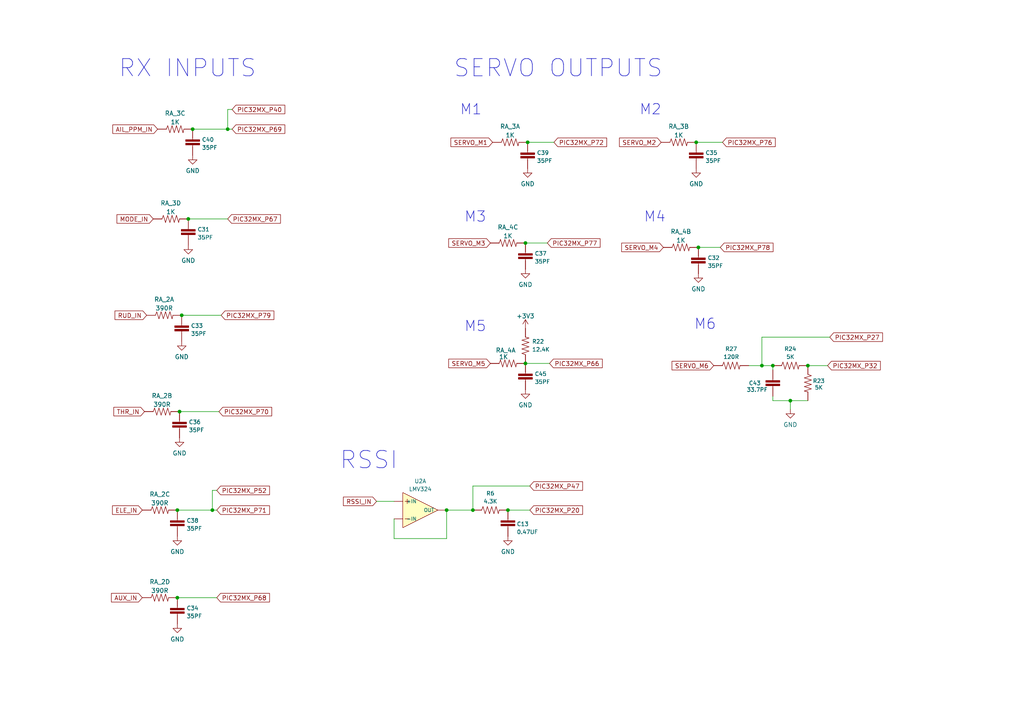
<source format=kicad_sch>
(kicad_sch (version 20230121) (generator eeschema)
  (paper "A4")
  (lib_symbols
    (symbol "SparkFun-Capacitors:0.1UF-0402-16V-10%" (pin_numbers hide) (pin_names (offset 1.016) hide)
      (property "Reference" "C" (at 1.524 2.921 0))
      (property "Value" "0.1UF-0402-16V-10%" (at 1.524 -2.159 0))
      (property "Field4" "CAP-12416" (at 0 7.62 0))
      (symbol "0.1UF-0402-16V-10%_1_0"
        (polyline (pts (xy 0 0) (xy 0 0.508)))
        (polyline (pts (xy 0 2.54) (xy 0 2.032)))
      )
      (symbol "0.1UF-0402-16V-10%_1_1"
        (rectangle (start -2.032 0.508) (end 2.032 1.016) (fill (type outline)))
        (rectangle (start -2.032 1.524) (end 2.032 2.032) (fill (type outline)))
        (pin passive line (at 0 5.08 270) (length 2.54) (name "1") (number "1"))
        (pin passive line (at 0 -2.54 90) (length 2.54) (name "2") (number "2"))
      )
    )
    (symbol "SparkFun-IC-Amplifiers:LMV324" (pin_numbers hide) (pin_names (offset 1.016))
      (property "Reference" "U" (at 1.27 6.35 0))
      (property "Value" "LMV324" (at -5.08 -7.62 0))
      (property "Field4" "IC-08227" (at 0 10.16 0))
      (symbol "LMV324_1_0"
        (polyline (pts (xy -4.445 -2.54) (xy -3.175 -2.54)))
        (polyline (pts (xy -4.445 2.54) (xy -3.175 2.54)))
        (polyline (pts (xy -3.81 -1.905) (xy -3.81 -3.175)))
      )
      (symbol "LMV324_1_1"
        (polyline (pts (xy 5.08 0) (xy -5.08 5.08) (xy -5.08 -5.08) (xy 5.08 0)) (fill (type background)))
        (pin output line (at 7.62 0 180) (length 2.54) (name "OUT") (number "1"))
        (pin input line (at -7.62 2.54 0) (length 2.54) (name "-IN") (number "2"))
        (pin input line (at -7.62 -2.54 0) (length 2.54) (name "+IN") (number "3"))
      )
      (symbol "LMV324_2_0"
        (polyline (pts (xy -4.445 -2.54) (xy -3.175 -2.54)))
        (polyline (pts (xy -4.445 2.54) (xy -3.175 2.54)))
        (polyline (pts (xy -3.81 -1.905) (xy -3.81 -3.175)))
      )
      (symbol "LMV324_2_1"
        (polyline (pts (xy 5.08 0) (xy -5.08 5.08) (xy -5.08 -5.08) (xy 5.08 0)) (fill (type background)))
        (pin input line (at -7.62 -2.54 0) (length 2.54) (name "+IN") (number "10"))
        (pin output line (at 7.62 0 180) (length 2.54) (name "OUT") (number "8"))
        (pin input line (at -7.62 2.54 0) (length 2.54) (name "-IN") (number "9"))
      )
      (symbol "LMV324_3_0"
        (polyline (pts (xy -4.445 -2.54) (xy -3.175 -2.54)))
        (polyline (pts (xy -4.445 2.54) (xy -3.175 2.54)))
        (polyline (pts (xy -3.81 -1.905) (xy -3.81 -3.175)))
      )
      (symbol "LMV324_3_1"
        (polyline (pts (xy 5.08 0) (xy -5.08 5.08) (xy -5.08 -5.08) (xy 5.08 0)) (fill (type background)))
        (pin input line (at -7.62 -2.54 0) (length 2.54) (name "+IN") (number "5"))
        (pin input line (at -7.62 2.54 0) (length 2.54) (name "-IN") (number "6"))
        (pin output line (at 7.62 0 180) (length 2.54) (name "OUT") (number "7"))
      )
      (symbol "LMV324_4_0"
        (polyline (pts (xy -4.445 -2.54) (xy -3.175 -2.54)))
        (polyline (pts (xy -4.445 2.54) (xy -3.175 2.54)))
        (polyline (pts (xy -3.81 -1.905) (xy -3.81 -3.175)))
      )
      (symbol "LMV324_4_1"
        (polyline (pts (xy 5.08 0) (xy -5.08 5.08) (xy -5.08 -5.08) (xy 5.08 0)) (fill (type background)))
        (pin input line (at -7.62 -2.54 0) (length 2.54) (name "+IN") (number "12"))
        (pin input line (at -7.62 2.54 0) (length 2.54) (name "-IN") (number "13"))
        (pin output line (at 7.62 0 180) (length 2.54) (name "OUT") (number "14"))
      )
      (symbol "LMV324_5_0"
        (text "VCC" (at 0.3048 3.937 0) (effects (font (size 1.016 1.016))))
        (text "VEE" (at 0.3048 -4.191 0) (effects (font (size 1.016 1.016))))
      )
      (symbol "LMV324_5_1"
        (polyline (pts (xy -2.54 5.08) (xy 2.54 5.08) (xy 2.54 -5.08) (xy -2.54 -5.08) (xy -2.54 5.08)) (fill (type background)))
        (pin bidirectional line (at 0 -7.62 90) (length 2.54) (name "P$V-") (number "11"))
        (pin bidirectional line (at 0 7.62 270) (length 2.54) (name "P$V+") (number "4"))
      )
    )
    (symbol "SparkFun-Resistors:RESISTOR0402" (pin_numbers hide) (pin_names (offset 1.016) hide)
      (property "Reference" "R" (at -5.08 1.27 0))
      (property "Value" "RESISTOR0402" (at -5.08 -3.81 0))
      (property "Field4" " " (at 0 5.08 0))
      (symbol "RESISTOR0402_1_0"
        (polyline (pts (xy -2.54 0) (xy -2.159 1.016)))
        (polyline (pts (xy -2.159 1.016) (xy -1.524 -1.016)))
        (polyline (pts (xy -1.524 -1.016) (xy -0.889 1.016)))
        (polyline (pts (xy -0.889 1.016) (xy -0.254 -1.016)))
        (polyline (pts (xy -0.254 -1.016) (xy 0.381 1.016)))
        (polyline (pts (xy 0.381 1.016) (xy 1.016 -1.016)))
        (polyline (pts (xy 1.016 -1.016) (xy 1.651 1.016)))
        (polyline (pts (xy 1.651 1.016) (xy 2.286 -1.016)))
        (polyline (pts (xy 2.286 -1.016) (xy 2.54 0)))
      )
      (symbol "RESISTOR0402_1_1"
        (pin passive line (at -5.08 0 0) (length 2.54) (name "1") (number "1"))
        (pin passive line (at 5.08 0 180) (length 2.54) (name "2") (number "2"))
      )
    )
    (symbol "SparkFun-Resistors:RESISTOR_ARRAY_0402_x_4_"
      (property "Reference" "RA_" (at 0 1.905 0))
      (property "Value" "RESISTOR_ARRAY_0402_x_4_" (at 0 -10.16 0))
      (symbol "RESISTOR_ARRAY_0402_x_4__1_0"
        (polyline (pts (xy -0.635 0) (xy -0.254 1.016)))
        (polyline (pts (xy -0.254 1.016) (xy 0.381 -1.016)))
        (polyline (pts (xy 0.381 -1.016) (xy 1.016 1.016)))
        (polyline (pts (xy 1.016 1.016) (xy 1.651 -1.016)))
        (polyline (pts (xy 1.651 -1.016) (xy 2.286 1.016)))
        (polyline (pts (xy 2.286 1.016) (xy 2.921 -1.016)))
        (polyline (pts (xy 2.921 -1.016) (xy 3.556 1.016)))
        (polyline (pts (xy 3.556 1.016) (xy 4.191 -1.016)))
        (polyline (pts (xy 4.191 -1.016) (xy 4.445 0)))
      )
      (symbol "RESISTOR_ARRAY_0402_x_4__1_1"
        (pin passive line (at -3.175 0 0) (length 2.54) (name "1") (number "1"))
        (pin passive line (at 6.985 0 180) (length 2.54) (name "2") (number "8"))
      )
      (symbol "RESISTOR_ARRAY_0402_x_4__2_0"
        (polyline (pts (xy -0.635 0) (xy -0.254 1.016)))
        (polyline (pts (xy -0.254 1.016) (xy 0.381 -1.016)))
        (polyline (pts (xy 0.381 -1.016) (xy 1.016 1.016)))
        (polyline (pts (xy 1.016 1.016) (xy 1.651 -1.016)))
        (polyline (pts (xy 1.651 -1.016) (xy 2.286 1.016)))
        (polyline (pts (xy 2.286 1.016) (xy 2.921 -1.016)))
        (polyline (pts (xy 2.921 -1.016) (xy 3.556 1.016)))
        (polyline (pts (xy 3.556 1.016) (xy 4.191 -1.016)))
        (polyline (pts (xy 4.191 -1.016) (xy 4.445 0)))
      )
      (symbol "RESISTOR_ARRAY_0402_x_4__2_1"
        (pin passive line (at -3.175 0 0) (length 2.54) (name "1") (number "2"))
        (pin passive line (at 6.985 0 180) (length 2.54) (name "2") (number "7"))
      )
      (symbol "RESISTOR_ARRAY_0402_x_4__3_0"
        (polyline (pts (xy -0.635 0) (xy -0.254 1.016)))
        (polyline (pts (xy -0.254 1.016) (xy 0.381 -1.016)))
        (polyline (pts (xy 0.381 -1.016) (xy 1.016 1.016)))
        (polyline (pts (xy 1.016 1.016) (xy 1.651 -1.016)))
        (polyline (pts (xy 1.651 -1.016) (xy 2.286 1.016)))
        (polyline (pts (xy 2.286 1.016) (xy 2.921 -1.016)))
        (polyline (pts (xy 2.921 -1.016) (xy 3.556 1.016)))
        (polyline (pts (xy 3.556 1.016) (xy 4.191 -1.016)))
        (polyline (pts (xy 4.191 -1.016) (xy 4.445 0)))
      )
      (symbol "RESISTOR_ARRAY_0402_x_4__3_1"
        (pin passive line (at -3.175 0 0) (length 2.54) (name "1") (number "3"))
        (pin passive line (at 6.985 0 180) (length 2.54) (name "2") (number "6"))
      )
      (symbol "RESISTOR_ARRAY_0402_x_4__4_0"
        (polyline (pts (xy -0.635 0) (xy -0.254 1.016)))
        (polyline (pts (xy -0.254 1.016) (xy 0.381 -1.016)))
        (polyline (pts (xy 0.381 -1.016) (xy 1.016 1.016)))
        (polyline (pts (xy 1.016 1.016) (xy 1.651 -1.016)))
        (polyline (pts (xy 1.651 -1.016) (xy 2.286 1.016)))
        (polyline (pts (xy 2.286 1.016) (xy 2.921 -1.016)))
        (polyline (pts (xy 2.921 -1.016) (xy 3.556 1.016)))
        (polyline (pts (xy 3.556 1.016) (xy 4.191 -1.016)))
        (polyline (pts (xy 4.191 -1.016) (xy 4.445 0)))
      )
      (symbol "RESISTOR_ARRAY_0402_x_4__4_1"
        (pin passive line (at -3.175 0 0) (length 2.54) (name "1") (number "4"))
        (pin passive line (at 6.985 0 180) (length 2.54) (name "2") (number "5"))
      )
    )
    (symbol "power:+3V3" (power) (pin_names (offset 0))
      (property "Value" "+3V3" (at 0 3.556 0))
      (symbol "+3V3_0_1"
        (polyline (pts (xy -0.762 1.27) (xy 0 2.54)))
        (polyline (pts (xy 0 0) (xy 0 2.54)))
        (polyline (pts (xy 0 2.54) (xy 0.762 1.27)))
      )
      (symbol "+3V3_1_1"
        (pin power_in line (at 0 0 90) (length 0) hide (name "+3V3") (number "1"))
      )
    )
    (symbol "power:GND" (power) (pin_names (offset 0))
      (property "Value" "GND" (at 0 -3.81 0))
      (symbol "GND_0_1"
        (polyline (pts (xy 0 0) (xy 0 -1.27) (xy 1.27 -1.27) (xy 0 -2.54) (xy -1.27 -1.27) (xy 0 -1.27)))
      )
      (symbol "GND_1_1"
        (pin power_in line (at 0 0 270) (length 0) hide (name "GND") (number "1"))
      )
    )
  )
  (junction (at 147.32 147.955))
  (junction (at 201.93 41.275))
  (junction (at 229.235 116.205))
  (junction (at 220.98 106.045))
  (junction (at 51.435 147.955))
  (junction (at 152.4 105.41))
  (junction (at 55.88 37.465))
  (junction (at 224.155 106.045))
  (junction (at 66.04 37.465))
  (junction (at 129.54 147.955))
  (junction (at 52.07 119.38))
  (junction (at 51.435 173.355))
  (junction (at 202.565 71.755))
  (junction (at 54.61 63.5))
  (junction (at 152.4 70.485))
  (junction (at 234.315 106.045))
  (junction (at 61.595 147.955))
  (junction (at 153.035 41.275))
  (junction (at 137.16 147.955))
  (junction (at 52.705 91.44))
  (wire (pts (xy 55.88 37.465) (xy 66.04 37.465)))
  (wire (pts (xy 62.865 142.24) (xy 61.595 142.24)))
  (wire (pts (xy 202.565 71.755) (xy 208.915 71.755)))
  (wire (pts (xy 114.3 156.21) (xy 129.54 156.21)))
  (wire (pts (xy 220.98 97.79) (xy 220.98 106.045)))
  (wire (pts (xy 52.705 91.44) (xy 64.135 91.44)))
  (wire (pts (xy 61.595 147.955) (xy 62.865 147.955)))
  (wire (pts (xy 137.16 140.97) (xy 137.16 147.955)))
  (wire (pts (xy 129.54 147.955) (xy 137.16 147.955)))
  (wire (pts (xy 217.17 106.045) (xy 220.98 106.045)))
  (wire (pts (xy 224.155 106.045) (xy 224.155 107.315)))
  (wire (pts (xy 229.235 118.745) (xy 229.235 116.205)))
  (wire (pts (xy 67.31 31.75) (xy 66.04 31.75)))
  (wire (pts (xy 153.035 41.275) (xy 160.655 41.275)))
  (wire (pts (xy 54.61 63.5) (xy 66.04 63.5)))
  (wire (pts (xy 66.04 31.75) (xy 66.04 37.465)))
  (wire (pts (xy 51.435 147.955) (xy 61.595 147.955)))
  (wire (pts (xy 220.98 106.045) (xy 224.155 106.045)))
  (wire (pts (xy 147.32 147.955) (xy 153.67 147.955)))
  (wire (pts (xy 152.4 105.41) (xy 159.385 105.41)))
  (wire (pts (xy 234.315 106.045) (xy 240.03 106.045)))
  (wire (pts (xy 201.93 41.275) (xy 209.55 41.275)))
  (wire (pts (xy 61.595 142.24) (xy 61.595 147.955)))
  (wire (pts (xy 229.235 116.205) (xy 234.315 116.205)))
  (wire (pts (xy 109.22 145.415) (xy 114.3 145.415)))
  (wire (pts (xy 51.435 173.355) (xy 62.865 173.355)))
  (wire (pts (xy 224.155 116.205) (xy 229.235 116.205)))
  (wire (pts (xy 220.98 97.79) (xy 240.665 97.79)))
  (wire (pts (xy 224.155 114.935) (xy 224.155 116.205)))
  (wire (pts (xy 137.16 140.97) (xy 153.67 140.97)))
  (wire (pts (xy 152.4 70.485) (xy 158.75 70.485)))
  (wire (pts (xy 129.54 147.955) (xy 129.54 156.21)))
  (wire (pts (xy 66.04 37.465) (xy 67.31 37.465)))
  (wire (pts (xy 114.3 150.495) (xy 114.3 156.21)))
  (wire (pts (xy 52.07 119.38) (xy 63.5 119.38)))
  (text "SERVO OUTPUTS" (at 131.445 22.86 0) (effects (font (size 5 5)) (justify left bottom)))
  (text "M1" (at 133.35 33.655 0) (effects (font (size 3 3)) (justify left bottom)))
  (text "M3" (at 134.62 64.77 0) (effects (font (size 3 3)) (justify left bottom)))
  (text "M5" (at 134.62 96.52 0) (effects (font (size 3 3)) (justify left bottom)))
  (text "M6" (at 201.295 95.885 0) (effects (font (size 3 3)) (justify left bottom)))
  (text "RSSI" (at 98.425 136.525 0) (effects (font (size 5 5)) (justify left bottom)))
  (text "M4" (at 186.69 64.77 0) (effects (font (size 3 3)) (justify left bottom)))
  (text "M2" (at 185.42 33.655 0) (effects (font (size 3 3)) (justify left bottom)))
  (text "RX INPUTS" (at 34.29 22.86 0) (effects (font (size 5 5)) (justify left bottom)))
  (global_label "PIC32MX_P69" (shape input) (at 67.31 37.465 0) (property "Intersheetrefs" "${INTERSHEET_REFS}" (effects hide)))
  (global_label "PIC32MX_P72" (shape input) (at 160.655 41.275 0) (property "Intersheetrefs" "${INTERSHEET_REFS}" (effects hide)))
  (global_label "AUX_IN" (shape input) (at 41.275 173.355 180) (property "Intersheetrefs" "${INTERSHEET_REFS}" (effects hide)))
  (global_label "AIL_PPM_IN" (shape input) (at 45.72 37.465 180) (property "Intersheetrefs" "${INTERSHEET_REFS}" (effects hide)))
  (global_label "SERVO_M2" (shape input) (at 191.77 41.275 180) (property "Intersheetrefs" "${INTERSHEET_REFS}" (effects hide)))
  (global_label "PIC32MX_P52" (shape input) (at 62.865 142.24 0) (property "Intersheetrefs" "${INTERSHEET_REFS}" (effects hide)))
  (global_label "PIC32MX_P78" (shape input) (at 208.915 71.755 0) (property "Intersheetrefs" "${INTERSHEET_REFS}" (effects hide)))
  (global_label "PIC32MX_P70" (shape input) (at 63.5 119.38 0) (property "Intersheetrefs" "${INTERSHEET_REFS}" (effects hide)))
  (global_label "PIC32MX_P40" (shape input) (at 67.31 31.75 0) (property "Intersheetrefs" "${INTERSHEET_REFS}" (effects hide)))
  (global_label "SERVO_M6" (shape input) (at 207.01 106.045 180) (property "Intersheetrefs" "${INTERSHEET_REFS}" (effects hide)))
  (global_label "RSSI_IN" (shape input) (at 109.22 145.415 180) (property "Intersheetrefs" "${INTERSHEET_REFS}" (effects hide)))
  (global_label "PIC32MX_P67" (shape input) (at 66.04 63.5 0) (property "Intersheetrefs" "${INTERSHEET_REFS}" (effects hide)))
  (global_label "SERVO_M1" (shape input) (at 142.875 41.275 180) (property "Intersheetrefs" "${INTERSHEET_REFS}" (effects hide)))
  (global_label "PIC32MX_P77" (shape input) (at 158.75 70.485 0) (property "Intersheetrefs" "${INTERSHEET_REFS}" (effects hide)))
  (global_label "PIC32MX_P68" (shape input) (at 62.865 173.355 0) (property "Intersheetrefs" "${INTERSHEET_REFS}" (effects hide)))
  (global_label "PIC32MX_P79" (shape input) (at 64.135 91.44 0) (property "Intersheetrefs" "${INTERSHEET_REFS}" (effects hide)))
  (global_label "PIC32MX_P71" (shape input) (at 62.865 147.955 0) (property "Intersheetrefs" "${INTERSHEET_REFS}" (effects hide)))
  (global_label "SERVO_M5" (shape input) (at 142.24 105.41 180) (property "Intersheetrefs" "${INTERSHEET_REFS}" (effects hide)))
  (global_label "PIC32MX_P47" (shape input) (at 153.67 140.97 0) (property "Intersheetrefs" "${INTERSHEET_REFS}" (effects hide)))
  (global_label "ELE_IN" (shape input) (at 41.275 147.955 180) (property "Intersheetrefs" "${INTERSHEET_REFS}" (effects hide)))
  (global_label "SERVO_M3" (shape input) (at 142.24 70.485 180) (property "Intersheetrefs" "${INTERSHEET_REFS}" (effects hide)))
  (global_label "THR_IN" (shape input) (at 41.91 119.38 180) (property "Intersheetrefs" "${INTERSHEET_REFS}" (effects hide)))
  (global_label "PIC32MX_P66" (shape input) (at 159.385 105.41 0) (property "Intersheetrefs" "${INTERSHEET_REFS}" (effects hide)))
  (global_label "RUD_IN" (shape input) (at 42.545 91.44 180) (property "Intersheetrefs" "${INTERSHEET_REFS}" (effects hide)))
  (global_label "MODE_IN" (shape input) (at 44.45 63.5 180) (property "Intersheetrefs" "${INTERSHEET_REFS}" (effects hide)))
  (global_label "SERVO_M4" (shape input) (at 192.405 71.755 180) (property "Intersheetrefs" "${INTERSHEET_REFS}" (effects hide)))
  (global_label "PIC32MX_P20" (shape input) (at 153.67 147.955 0) (property "Intersheetrefs" "${INTERSHEET_REFS}" (effects hide)))
  (global_label "PIC32MX_P32" (shape input) (at 240.03 106.045 0) (property "Intersheetrefs" "${INTERSHEET_REFS}" (effects hide)))
  (global_label "PIC32MX_P27" (shape input) (at 240.665 97.79 0) (property "Intersheetrefs" "${INTERSHEET_REFS}" (effects hide)))
  (global_label "PIC32MX_P76" (shape input) (at 209.55 41.275 0) (property "Intersheetrefs" "${INTERSHEET_REFS}" (effects hide)))
  (symbol (lib_id "SparkFun-Capacitors:0.1UF-0402-16V-10%") (at 202.565 76.835 0) (unit 1)
    (property "Reference" "C32" (at 205.232 74.8011 0) (effects (font (size 1.143 1.143)) (justify left)))
    (property "Value" "35PF" (at 205.232 77.1097 0) (effects (font (size 1.143 1.143)) (justify left)))
    (property "Footprint" "Capacitor_SMD:C_0402_1005Metric" (effects hide))
  )
  (symbol (lib_id "power:GND") (at 152.4 78.105 0) (unit 1)
    (property "Reference" "#PWR0196" (effects hide))
    (property "Value" "GND" (at 152.4 82.5484 0))
  )
  (symbol (lib_id "SparkFun-Resistors:RESISTOR_ARRAY_0402_x_4_") (at 45.085 119.38 0) (unit 2)
    (property "Reference" "RA_2" (at 46.99 114.7912 0))
    (property "Value" "390R" (at 46.99 117.3281 0))
    (property "Footprint" "Resistor_SMD:R_Array_Convex_4x0402" (effects hide))
  )
  (symbol (lib_id "SparkFun-Resistors:RESISTOR0402") (at 229.235 106.045 0) (unit 1)
    (property "Reference" "R24" (at 229.235 101.1964 0) (effects (font (size 1.143 1.143))))
    (property "Value" "5K" (at 229.235 103.505 0) (effects (font (size 1.143 1.143))))
    (property "Footprint" "Resistor_SMD:R_0402_1005Metric" (effects hide))
    (property "Field4" " " (at 229.235 106.156 0) (effects (font (size 1.524 1.524))))
  )
  (symbol (lib_id "SparkFun-Capacitors:0.1UF-0402-16V-10%") (at 153.035 46.355 0) (unit 1)
    (property "Reference" "C39" (at 155.702 44.3211 0) (effects (font (size 1.143 1.143)) (justify left)))
    (property "Value" "35PF" (at 155.702 46.6297 0) (effects (font (size 1.143 1.143)) (justify left)))
    (property "Footprint" "Capacitor_SMD:C_0402_1005Metric" (effects hide))
  )
  (symbol (lib_id "power:GND") (at 55.88 45.085 0) (unit 1)
    (property "Reference" "#PWR0199" (effects hide))
    (property "Value" "GND" (at 55.88 49.5284 0))
  )
  (symbol (lib_id "power:+3V3") (at 152.4 95.25 0) (unit 1)
    (property "Reference" "#PWR0197" (effects hide))
    (property "Value" "+3V3" (at 152.4 91.6742 0))
  )
  (symbol (lib_id "power:GND") (at 51.435 155.575 0) (unit 1)
    (property "Reference" "#PWR0205" (effects hide))
    (property "Value" "GND" (at 51.435 160.0184 0))
  )
  (symbol (lib_id "SparkFun-Resistors:RESISTOR_ARRAY_0402_x_4_") (at 194.945 41.275 0) (unit 2)
    (property "Reference" "RA_3" (at 196.85 36.6862 0))
    (property "Value" "1K" (at 196.85 39.2231 0))
    (property "Footprint" "Resistor_SMD:R_Array_Convex_4x0402" (effects hide))
  )
  (symbol (lib_id "SparkFun-Resistors:RESISTOR0402") (at 212.09 106.045 0) (unit 1)
    (property "Reference" "R27" (at 212.09 101.1964 0) (effects (font (size 1.143 1.143))))
    (property "Value" "120R" (at 212.09 103.505 0) (effects (font (size 1.143 1.143))))
    (property "Footprint" "Resistor_SMD:R_0402_1005Metric" (effects hide))
    (property "Field4" " " (at 212.09 103.9383 0) (effects (font (size 1.524 1.524))))
  )
  (symbol (lib_id "power:GND") (at 52.07 127 0) (unit 1)
    (property "Reference" "#PWR0203" (effects hide))
    (property "Value" "GND" (at 52.07 131.445 0))
  )
  (symbol (lib_id "SparkFun-Resistors:RESISTOR0402") (at 234.315 111.125 270) (unit 1)
    (property "Reference" "R23" (at 237.49 110.49 90) (effects (font (size 1.143 1.143))))
    (property "Value" "5K" (at 237.49 112.395 90) (effects (font (size 1.143 1.143))))
    (property "Footprint" "Resistor_SMD:R_0402_1005Metric" (effects hide))
    (property "Field4" " " (at 233.045 111.125 0) (effects (font (size 1.524 1.524))))
  )
  (symbol (lib_id "SparkFun-Capacitors:0.1UF-0402-16V-10%") (at 147.32 153.035 0) (unit 1)
    (property "Reference" "C13" (at 149.86 151.9964 0) (effects (font (size 1.143 1.143)) (justify left)))
    (property "Value" "0.47UF" (at 149.86 154.305 0) (effects (font (size 1.143 1.143)) (justify left)))
    (property "Footprint" "Capacitor_SMD:C_0402_1005Metric" (effects hide))
  )
  (symbol (lib_id "power:GND") (at 201.93 48.895 0) (unit 1)
    (property "Reference" "#PWR0206" (effects hide))
    (property "Value" "GND" (at 201.93 53.3384 0))
  )
  (symbol (lib_id "power:GND") (at 202.565 79.375 0) (unit 1)
    (property "Reference" "#PWR0208" (effects hide))
    (property "Value" "GND" (at 202.565 83.8184 0))
  )
  (symbol (lib_id "SparkFun-Capacitors:0.1UF-0402-16V-10%") (at 51.435 178.435 0) (unit 1)
    (property "Reference" "C34" (at 54.102 176.4011 0) (effects (font (size 1.143 1.143)) (justify left)))
    (property "Value" "35PF" (at 54.102 178.7097 0) (effects (font (size 1.143 1.143)) (justify left)))
    (property "Footprint" "Capacitor_SMD:C_0402_1005Metric" (effects hide))
  )
  (symbol (lib_id "SparkFun-Resistors:RESISTOR_ARRAY_0402_x_4_") (at 47.625 63.5 0) (unit 4)
    (property "Reference" "RA_3" (at 49.53 58.9112 0))
    (property "Value" "1K" (at 49.53 61.4481 0))
    (property "Footprint" "Resistor_SMD:R_Array_Convex_4x0402" (effects hide))
  )
  (symbol (lib_id "SparkFun-Capacitors:0.1UF-0402-16V-10%") (at 201.93 46.355 0) (unit 1)
    (property "Reference" "C35" (at 204.597 44.3211 0) (effects (font (size 1.143 1.143)) (justify left)))
    (property "Value" "35PF" (at 204.597 46.6297 0) (effects (font (size 1.143 1.143)) (justify left)))
    (property "Footprint" "Capacitor_SMD:C_0402_1005Metric" (effects hide))
  )
  (symbol (lib_id "SparkFun-Capacitors:0.1UF-0402-16V-10%") (at 224.155 112.395 0) (unit 1)
    (property "Reference" "C43" (at 217.17 111.125 0) (effects (font (size 1.143 1.143)) (justify left)))
    (property "Value" "33.7PF" (at 216.535 113.03 0) (effects (font (size 1.143 1.143)) (justify left)))
    (property "Footprint" "Capacitor_SMD:C_0402_1005Metric" (effects hide))
  )
  (symbol (lib_id "SparkFun-Resistors:RESISTOR0402") (at 152.4 100.33 90) (unit 1)
    (property "Reference" "R22" (at 154.305 99.06 90) (effects (font (size 1.143 1.143)) (justify right)))
    (property "Value" "12.4K" (at 154.305 101.3686 90) (effects (font (size 1.143 1.143)) (justify right)))
    (property "Footprint" "Resistor_SMD:R_0402_1005Metric" (effects hide))
    (property "Field4" " " (at 154.051 103.1591 90) (effects (font (size 1.524 1.524)) (justify right)))
  )
  (symbol (lib_id "SparkFun-Capacitors:0.1UF-0402-16V-10%") (at 51.435 153.035 0) (unit 1)
    (property "Reference" "C38" (at 54.102 151.0011 0) (effects (font (size 1.143 1.143)) (justify left)))
    (property "Value" "35PF" (at 54.102 153.3097 0) (effects (font (size 1.143 1.143)) (justify left)))
    (property "Footprint" "Capacitor_SMD:C_0402_1005Metric" (effects hide))
  )
  (symbol (lib_id "SparkFun-Resistors:RESISTOR0402") (at 142.24 147.955 0) (unit 1)
    (property "Reference" "R6" (at 142.24 143.1064 0) (effects (font (size 1.143 1.143))))
    (property "Value" "4.3K" (at 142.24 145.415 0) (effects (font (size 1.143 1.143))))
    (property "Footprint" "Resistor_SMD:R_0402_1005Metric" (effects hide))
    (property "Field4" " " (at 142.24 148.066 0) (effects (font (size 1.524 1.524))))
  )
  (symbol (lib_id "SparkFun-Capacitors:0.1UF-0402-16V-10%") (at 55.88 42.545 0) (unit 1)
    (property "Reference" "C40" (at 58.547 40.5111 0) (effects (font (size 1.143 1.143)) (justify left)))
    (property "Value" "35PF" (at 58.547 42.8197 0) (effects (font (size 1.143 1.143)) (justify left)))
    (property "Footprint" "Capacitor_SMD:C_0402_1005Metric" (effects hide))
  )
  (symbol (lib_id "power:GND") (at 229.235 118.745 0) (unit 1)
    (property "Reference" "#PWR0207" (effects hide))
    (property "Value" "GND" (at 229.235 123.1884 0))
  )
  (symbol (lib_id "power:GND") (at 52.705 99.06 0) (unit 1)
    (property "Reference" "#PWR0204" (effects hide))
    (property "Value" "GND" (at 52.705 103.5034 0))
  )
  (symbol (lib_id "SparkFun-Resistors:RESISTOR_ARRAY_0402_x_4_") (at 195.58 71.755 0) (unit 2)
    (property "Reference" "RA_4" (at 197.485 67.1662 0))
    (property "Value" "1K" (at 197.485 69.7031 0))
    (property "Footprint" "Resistor_SMD:R_Array_Convex_4x0402" (effects hide))
  )
  (symbol (lib_id "power:GND") (at 152.4 113.03 0) (unit 1)
    (property "Reference" "#PWR0200" (effects hide))
    (property "Value" "GND" (at 152.4 117.4734 0))
  )
  (symbol (lib_id "SparkFun-Capacitors:0.1UF-0402-16V-10%") (at 52.705 96.52 0) (unit 1)
    (property "Reference" "C33" (at 55.372 94.4861 0) (effects (font (size 1.143 1.143)) (justify left)))
    (property "Value" "35PF" (at 55.372 96.7947 0) (effects (font (size 1.143 1.143)) (justify left)))
    (property "Footprint" "Capacitor_SMD:C_0402_1005Metric" (effects hide))
  )
  (symbol (lib_id "SparkFun-Resistors:RESISTOR_ARRAY_0402_x_4_") (at 45.72 91.44 0) (unit 1)
    (property "Reference" "RA_2" (at 47.625 86.8512 0))
    (property "Value" "390R" (at 47.625 89.3881 0))
    (property "Footprint" "Resistor_SMD:R_Array_Convex_4x0402" (effects hide))
  )
  (symbol (lib_id "power:GND") (at 54.61 71.12 0) (unit 1)
    (property "Reference" "#PWR0198" (effects hide))
    (property "Value" "GND" (at 54.61 75.5634 0))
  )
  (symbol (lib_id "SparkFun-Resistors:RESISTOR_ARRAY_0402_x_4_") (at 145.415 70.485 0) (unit 3)
    (property "Reference" "RA_4" (at 147.32 65.8962 0))
    (property "Value" "1K" (at 147.32 68.4331 0))
    (property "Footprint" "Resistor_SMD:R_Array_Convex_4x0402" (effects hide))
  )
  (symbol (lib_id "SparkFun-Resistors:RESISTOR_ARRAY_0402_x_4_") (at 146.05 41.275 0) (unit 1)
    (property "Reference" "RA_3" (at 147.955 36.6862 0))
    (property "Value" "1K" (at 147.955 39.2231 0))
    (property "Footprint" "Resistor_SMD:R_Array_Convex_4x0402" (effects hide))
  )
  (symbol (lib_id "SparkFun-Capacitors:0.1UF-0402-16V-10%") (at 152.4 110.49 0) (unit 1)
    (property "Reference" "C45" (at 155.067 108.4561 0) (effects (font (size 1.143 1.143)) (justify left)))
    (property "Value" "35PF" (at 155.067 110.7647 0) (effects (font (size 1.143 1.143)) (justify left)))
    (property "Footprint" "Capacitor_SMD:C_0402_1005Metric" (effects hide))
  )
  (symbol (lib_id "SparkFun-Capacitors:0.1UF-0402-16V-10%") (at 152.4 75.565 0) (unit 1)
    (property "Reference" "C37" (at 155.067 73.5311 0) (effects (font (size 1.143 1.143)) (justify left)))
    (property "Value" "35PF" (at 155.067 75.8397 0) (effects (font (size 1.143 1.143)) (justify left)))
    (property "Footprint" "Capacitor_SMD:C_0402_1005Metric" (effects hide))
  )
  (symbol (lib_id "power:GND") (at 51.435 180.975 0) (unit 1)
    (property "Reference" "#PWR0202" (effects hide))
    (property "Value" "GND" (at 51.435 185.4184 0))
  )
  (symbol (lib_id "SparkFun-Resistors:RESISTOR_ARRAY_0402_x_4_") (at 145.415 105.41 0) (unit 1)
    (property "Reference" "RA_4" (at 146.685 101.6 0))
    (property "Value" "1K" (at 146.05 103.505 0))
    (property "Footprint" "Resistor_SMD:R_Array_Convex_4x0402" (effects hide))
  )
  (symbol (lib_id "power:GND") (at 153.035 48.895 0) (unit 1)
    (property "Reference" "#PWR0195" (effects hide))
    (property "Value" "GND" (at 153.035 53.3384 0))
  )
  (symbol (lib_id "SparkFun-Capacitors:0.1UF-0402-16V-10%") (at 54.61 68.58 0) (unit 1)
    (property "Reference" "C31" (at 57.277 66.5461 0) (effects (font (size 1.143 1.143)) (justify left)))
    (property "Value" "35PF" (at 57.277 68.8547 0) (effects (font (size 1.143 1.143)) (justify left)))
    (property "Footprint" "Capacitor_SMD:C_0402_1005Metric" (effects hide))
  )
  (symbol (lib_id "SparkFun-Resistors:RESISTOR_ARRAY_0402_x_4_") (at 44.45 147.955 0) (unit 3)
    (property "Reference" "RA_2" (at 46.355 143.3662 0))
    (property "Value" "390R" (at 46.355 145.9031 0))
    (property "Footprint" "Resistor_SMD:R_Array_Convex_4x0402" (effects hide))
  )
  (symbol (lib_id "SparkFun-IC-Amplifiers:LMV324") (at 121.92 147.955 0) (mirror x) (unit 1)
    (property "Reference" "U2" (at 121.92 139.5579 0) (effects (font (size 1.143 1.143))))
    (property "Value" "LMV324" (at 121.92 141.8665 0) (effects (font (size 1.143 1.143))))
    (property "Footprint" "Package_SO:TSSOP-14_4.4x5mm_P0.65mm" (effects hide))
  )
  (symbol (lib_id "SparkFun-Resistors:RESISTOR_ARRAY_0402_x_4_") (at 48.895 37.465 0) (unit 3)
    (property "Reference" "RA_3" (at 50.8 32.8762 0))
    (property "Value" "1K" (at 50.8 35.4131 0))
    (property "Footprint" "Resistor_SMD:R_Array_Convex_4x0402" (effects hide))
  )
  (symbol (lib_id "power:GND") (at 147.32 155.575 0) (unit 1)
    (property "Reference" "#PWR0201" (effects hide))
    (property "Value" "GND" (at 147.32 160.0184 0))
  )
  (symbol (lib_id "SparkFun-Capacitors:0.1UF-0402-16V-10%") (at 52.07 124.46 0) (unit 1)
    (property "Reference" "C36" (at 54.737 122.4261 0) (effects (font (size 1.143 1.143)) (justify left)))
    (property "Value" "35PF" (at 54.737 124.7347 0) (effects (font (size 1.143 1.143)) (justify left)))
    (property "Footprint" "Capacitor_SMD:C_0402_1005Metric" (effects hide))
  )
  (symbol (lib_id "SparkFun-Resistors:RESISTOR_ARRAY_0402_x_4_") (at 44.45 173.355 0) (unit 4)
    (property "Reference" "RA_2" (at 46.355 168.7662 0))
    (property "Value" "390R" (at 46.355 171.3031 0))
    (property "Footprint" "Resistor_SMD:R_Array_Convex_4x0402" (effects hide))
  )
)
</source>
